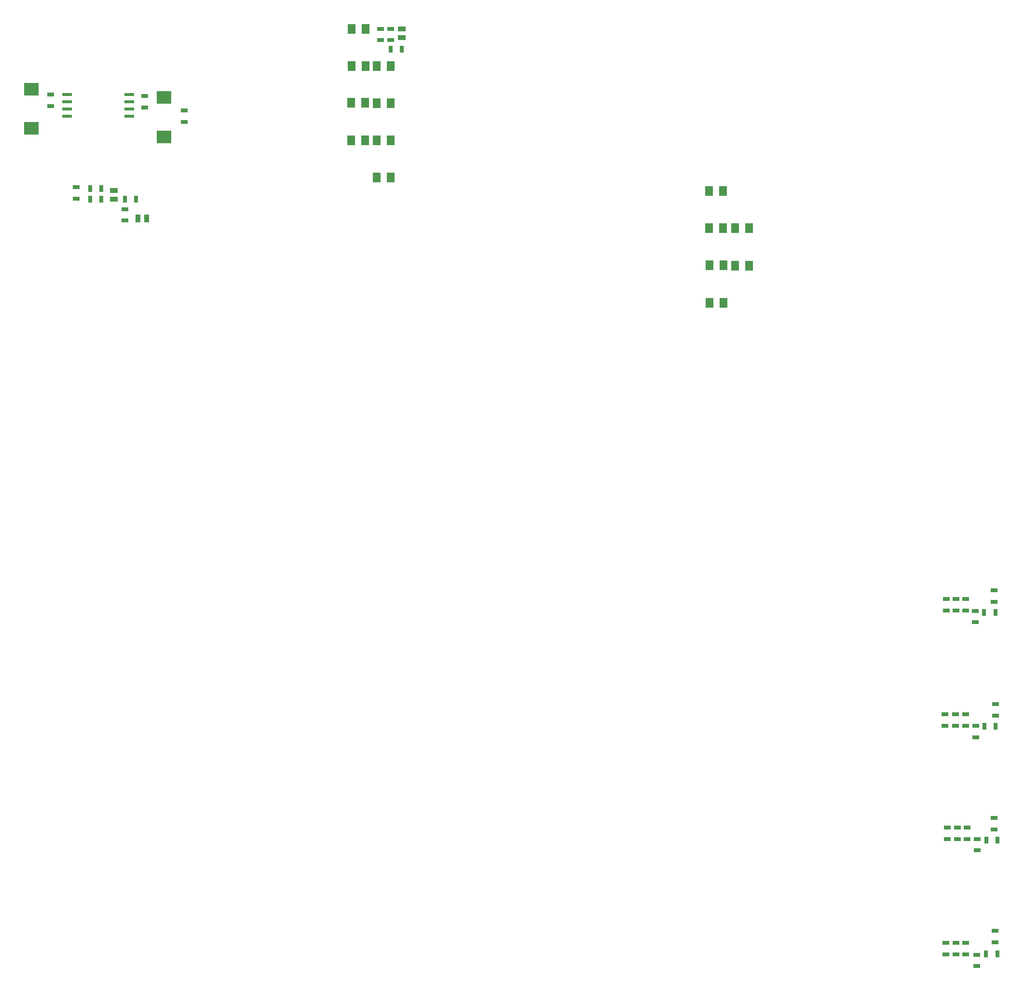
<source format=gbr>
%TF.GenerationSoftware,Altium Limited,Altium Designer,24.7.2 (38)*%
G04 Layer_Color=128*
%FSLAX43Y43*%
%MOMM*%
%TF.SameCoordinates,3DDE4B3C-03A5-4BC3-9972-2EF5A5DF1AA7*%
%TF.FilePolarity,Positive*%
%TF.FileFunction,Paste,Bot*%
%TF.Part,Single*%
G01*
G75*
%TA.AperFunction,SMDPad,CuDef*%
%ADD15R,1.250X0.800*%
%ADD62R,0.800X1.250*%
%ADD63R,1.800X0.600*%
%ADD64R,1.450X1.800*%
%ADD65R,2.500X2.200*%
%ADD66R,1.350X0.950*%
%ADD67R,0.950X1.350*%
D15*
X187900Y52143D02*
D03*
Y50143D02*
D03*
X182750Y50075D02*
D03*
Y48075D02*
D03*
X179275D02*
D03*
Y50075D02*
D03*
X184729Y68288D02*
D03*
Y66288D02*
D03*
X187750Y71965D02*
D03*
Y69965D02*
D03*
X181275Y68300D02*
D03*
Y70300D02*
D03*
X182975D02*
D03*
Y68300D02*
D03*
X182752Y90200D02*
D03*
Y88200D02*
D03*
X187700Y111925D02*
D03*
Y109925D02*
D03*
X184678Y47977D02*
D03*
Y45977D02*
D03*
X179100Y88200D02*
D03*
Y90200D02*
D03*
X188000Y91965D02*
D03*
Y89965D02*
D03*
X184475Y88125D02*
D03*
Y86125D02*
D03*
X180975Y90200D02*
D03*
Y88200D02*
D03*
X181025Y50075D02*
D03*
Y48075D02*
D03*
X179500Y70300D02*
D03*
Y68300D02*
D03*
X179325Y108401D02*
D03*
Y110401D02*
D03*
X181008Y110401D02*
D03*
Y108401D02*
D03*
X182725Y110401D02*
D03*
Y108401D02*
D03*
X184426Y108333D02*
D03*
Y106333D02*
D03*
X80000Y210525D02*
D03*
Y208525D02*
D03*
X81775Y208525D02*
D03*
Y210525D02*
D03*
X22099Y198985D02*
D03*
Y196985D02*
D03*
X45550Y194175D02*
D03*
Y196175D02*
D03*
X38625Y198746D02*
D03*
Y196746D02*
D03*
X35175Y178875D02*
D03*
Y176875D02*
D03*
X26560Y182728D02*
D03*
Y180728D02*
D03*
D62*
X186300Y48095D02*
D03*
X188300D02*
D03*
X186325Y68095D02*
D03*
X188325D02*
D03*
X186000Y88095D02*
D03*
X188000D02*
D03*
X185938Y108095D02*
D03*
X187938D02*
D03*
X81775Y206975D02*
D03*
X83775D02*
D03*
X29010Y182490D02*
D03*
X31010D02*
D03*
X37120Y180650D02*
D03*
X35120D02*
D03*
X31010Y180640D02*
D03*
X29010D02*
D03*
D63*
X35900Y198955D02*
D03*
Y197685D02*
D03*
Y196415D02*
D03*
Y195145D02*
D03*
X25000D02*
D03*
Y196415D02*
D03*
Y197685D02*
D03*
Y198955D02*
D03*
D64*
X140250Y169000D02*
D03*
Y162450D02*
D03*
X137800Y169000D02*
D03*
Y162450D02*
D03*
X81775Y204000D02*
D03*
Y197450D02*
D03*
X79325Y204000D02*
D03*
Y197450D02*
D03*
X81775Y190964D02*
D03*
Y184414D02*
D03*
X79325Y190964D02*
D03*
Y184414D02*
D03*
X77346Y197514D02*
D03*
Y190964D02*
D03*
X74896Y197514D02*
D03*
Y190964D02*
D03*
X77400Y210525D02*
D03*
Y203975D02*
D03*
X74950Y210525D02*
D03*
Y203975D02*
D03*
X137666Y175517D02*
D03*
Y182067D02*
D03*
X140116Y175517D02*
D03*
Y182067D02*
D03*
X142275Y168975D02*
D03*
Y175525D02*
D03*
X144725Y168975D02*
D03*
Y175525D02*
D03*
D65*
X41975Y198450D02*
D03*
Y191550D02*
D03*
X18750Y199950D02*
D03*
Y193050D02*
D03*
D66*
X83775Y210525D02*
D03*
Y209025D02*
D03*
X33190Y182140D02*
D03*
Y180640D02*
D03*
D67*
X38973Y177200D02*
D03*
X37473D02*
D03*
%TF.MD5,008b287ff0acafa2f9f7f3c00e749eb7*%
M02*

</source>
